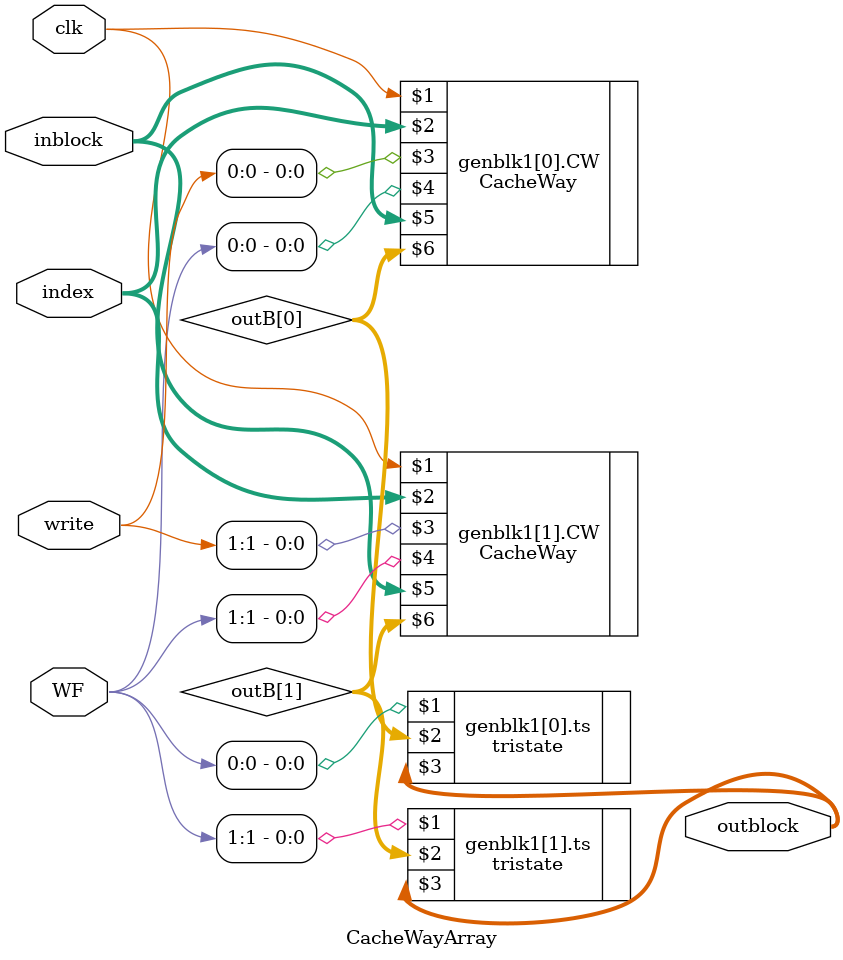
<source format=v>
`timescale 1ns / 1ps


module CacheWayArray(input clk,input [2:0]index,input [1:0]write,input [1:0]WF,input [32*8-1:0]inblock,output [32*8-1:0]outblock);

wire [32*8-1:0] outB [1:0];

genvar i;

generate 
for (i = 0; i < 2 ; i = i + 1)begin
	CacheWay CW (clk,index,write[i],WF[i],inblock,outB[i]);
	tristate ts (WF[i],outB[i],outblock);
end
endgenerate

endmodule

</source>
